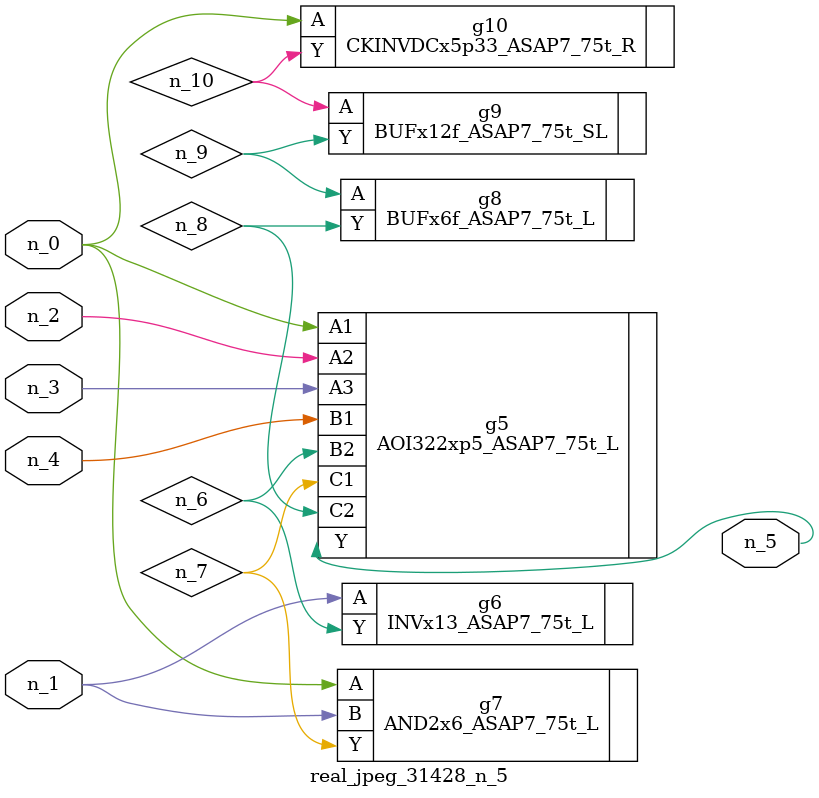
<source format=v>
module real_jpeg_31428_n_5 (n_4, n_0, n_1, n_2, n_3, n_5);

input n_4;
input n_0;
input n_1;
input n_2;
input n_3;

output n_5;

wire n_8;
wire n_6;
wire n_7;
wire n_10;
wire n_9;

AOI322xp5_ASAP7_75t_L g5 ( 
.A1(n_0),
.A2(n_2),
.A3(n_3),
.B1(n_4),
.B2(n_6),
.C1(n_7),
.C2(n_8),
.Y(n_5)
);

AND2x6_ASAP7_75t_L g7 ( 
.A(n_0),
.B(n_1),
.Y(n_7)
);

CKINVDCx5p33_ASAP7_75t_R g10 ( 
.A(n_0),
.Y(n_10)
);

INVx13_ASAP7_75t_L g6 ( 
.A(n_1),
.Y(n_6)
);

BUFx6f_ASAP7_75t_L g8 ( 
.A(n_9),
.Y(n_8)
);

BUFx12f_ASAP7_75t_SL g9 ( 
.A(n_10),
.Y(n_9)
);


endmodule
</source>
